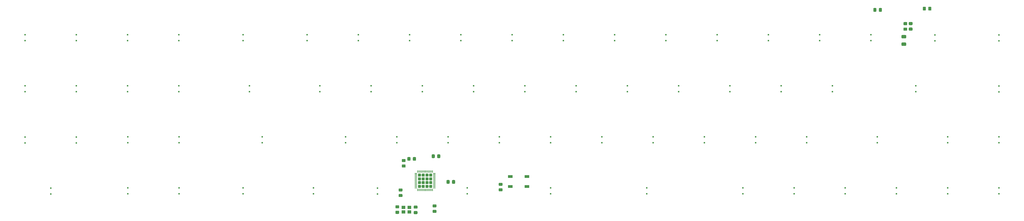
<source format=gbr>
G04 #@! TF.GenerationSoftware,KiCad,Pcbnew,(5.1.12)-1*
G04 #@! TF.CreationDate,2021-12-22T13:58:05-08:00*
G04 #@! TF.ProjectId,logboi,6c6f6762-6f69-42e6-9b69-6361645f7063,rev?*
G04 #@! TF.SameCoordinates,Original*
G04 #@! TF.FileFunction,Paste,Bot*
G04 #@! TF.FilePolarity,Positive*
%FSLAX46Y46*%
G04 Gerber Fmt 4.6, Leading zero omitted, Abs format (unit mm)*
G04 Created by KiCad (PCBNEW (5.1.12)-1) date 2021-12-22 13:58:05*
%MOMM*%
%LPD*%
G01*
G04 APERTURE LIST*
%ADD10R,0.500000X0.500000*%
%ADD11R,1.800000X1.100000*%
%ADD12R,1.400000X1.200000*%
G04 APERTURE END LIST*
D10*
X383423750Y-89612400D03*
X383423750Y-91812400D03*
X383398350Y-70528000D03*
X383398350Y-72728000D03*
X383423750Y-51605000D03*
X383423750Y-53805000D03*
X383423750Y-32555000D03*
X383423750Y-34755000D03*
X364348350Y-89578000D03*
X364348350Y-91778000D03*
X345298350Y-89578000D03*
X345298350Y-91778000D03*
X326248350Y-89578000D03*
X326248350Y-91778000D03*
X307249150Y-89578000D03*
X307249150Y-91778000D03*
X288199150Y-89578000D03*
X288199150Y-91778000D03*
X252480400Y-89578000D03*
X252480400Y-91778000D03*
X216761650Y-89578000D03*
X216761650Y-91778000D03*
X185805400Y-89603400D03*
X185805400Y-91803400D03*
X152442500Y-89705000D03*
X152442500Y-91905000D03*
X128655400Y-89603400D03*
X128655400Y-91803400D03*
X102461650Y-89603400D03*
X102461650Y-91803400D03*
X78649150Y-89603400D03*
X78649150Y-91803400D03*
X59599150Y-89603400D03*
X59599150Y-91803400D03*
X30998750Y-89705000D03*
X30998750Y-91905000D03*
X364348350Y-70528000D03*
X364348350Y-72728000D03*
X338154600Y-70528000D03*
X338154600Y-72728000D03*
X311960850Y-70528000D03*
X311960850Y-72728000D03*
X292961650Y-70528000D03*
X292961650Y-72728000D03*
X273911650Y-70528000D03*
X273911650Y-72728000D03*
X254861650Y-70528000D03*
X254861650Y-72728000D03*
X235811650Y-70528000D03*
X235811650Y-72728000D03*
X216761650Y-70528000D03*
X216761650Y-72728000D03*
X197686250Y-70545600D03*
X197686250Y-72745600D03*
X178661650Y-70553400D03*
X178661650Y-72753400D03*
X159611650Y-70553400D03*
X159611650Y-72753400D03*
X140561650Y-70553400D03*
X140561650Y-72753400D03*
X109605400Y-70553400D03*
X109605400Y-72753400D03*
X78649150Y-70553400D03*
X78649150Y-72753400D03*
X59599150Y-70553400D03*
X59599150Y-72753400D03*
X40523750Y-70578800D03*
X40523750Y-72778800D03*
X21473750Y-70578800D03*
X21473750Y-72778800D03*
X352467500Y-51503400D03*
X352467500Y-53703400D03*
X321511250Y-51503400D03*
X321511250Y-53703400D03*
X302461250Y-51503400D03*
X302461250Y-53703400D03*
X283411250Y-51503400D03*
X283411250Y-53703400D03*
X264361250Y-51503400D03*
X264361250Y-53703400D03*
X245311250Y-51503400D03*
X245311250Y-53703400D03*
X226261250Y-51503400D03*
X226261250Y-53703400D03*
X207211250Y-51503400D03*
X207211250Y-53703400D03*
X188161250Y-51503400D03*
X188161250Y-53703400D03*
X169111250Y-51503400D03*
X169111250Y-53703400D03*
X150061250Y-51503400D03*
X150061250Y-53703400D03*
X131011250Y-51503400D03*
X131011250Y-53703400D03*
X104817500Y-51503400D03*
X104817500Y-53703400D03*
X78598350Y-51503400D03*
X78598350Y-53703400D03*
X59548350Y-51503400D03*
X59548350Y-53703400D03*
X40498350Y-51503400D03*
X40498350Y-53703400D03*
X21448350Y-51503400D03*
X21448350Y-53703400D03*
X359611250Y-32555000D03*
X359611250Y-34755000D03*
X335798750Y-32453400D03*
X335798750Y-34653400D03*
X316748750Y-32453400D03*
X316748750Y-34653400D03*
X297698750Y-32453400D03*
X297698750Y-34653400D03*
X278648750Y-32453400D03*
X278648750Y-34653400D03*
X259598750Y-32453400D03*
X259598750Y-34653400D03*
X240548750Y-32453400D03*
X240548750Y-34653400D03*
X221498750Y-32453400D03*
X221498750Y-34653400D03*
X202448750Y-32453400D03*
X202448750Y-34653400D03*
X183398750Y-32453400D03*
X183398750Y-34653400D03*
X164348750Y-32453400D03*
X164348750Y-34653400D03*
X145298750Y-32453400D03*
X145298750Y-34653400D03*
X126248750Y-32453400D03*
X126248750Y-34653400D03*
X102436250Y-32453400D03*
X102436250Y-34653400D03*
X78623750Y-32453400D03*
X78623750Y-34653400D03*
X59573750Y-32453400D03*
X59573750Y-34653400D03*
X40523750Y-32453400D03*
X40523750Y-34653400D03*
X21473750Y-32453400D03*
X21473750Y-34653400D03*
G36*
G01*
X348674850Y-33794400D02*
X347424850Y-33794400D01*
G75*
G02*
X347174850Y-33544400I0J250000D01*
G01*
X347174850Y-32794400D01*
G75*
G02*
X347424850Y-32544400I250000J0D01*
G01*
X348674850Y-32544400D01*
G75*
G02*
X348924850Y-32794400I0J-250000D01*
G01*
X348924850Y-33544400D01*
G75*
G02*
X348674850Y-33794400I-250000J0D01*
G01*
G37*
G36*
G01*
X348674850Y-36594400D02*
X347424850Y-36594400D01*
G75*
G02*
X347174850Y-36344400I0J250000D01*
G01*
X347174850Y-35594400D01*
G75*
G02*
X347424850Y-35344400I250000J0D01*
G01*
X348674850Y-35344400D01*
G75*
G02*
X348924850Y-35594400I0J-250000D01*
G01*
X348924850Y-36344400D01*
G75*
G02*
X348674850Y-36594400I-250000J0D01*
G01*
G37*
D11*
X201808250Y-85363000D03*
X208008250Y-89063000D03*
X201808250Y-89063000D03*
X208008250Y-85363000D03*
D12*
X162069100Y-98552000D03*
X164269100Y-98552000D03*
X164269100Y-96852000D03*
X162069100Y-96852000D03*
G36*
G01*
X168587850Y-88703800D02*
X168587850Y-89333800D01*
G75*
G02*
X168337850Y-89583800I-250000J0D01*
G01*
X167707850Y-89583800D01*
G75*
G02*
X167457850Y-89333800I0J250000D01*
G01*
X167457850Y-88703800D01*
G75*
G02*
X167707850Y-88453800I250000J0D01*
G01*
X168337850Y-88453800D01*
G75*
G02*
X168587850Y-88703800I0J-250000D01*
G01*
G37*
G36*
G01*
X168587850Y-87303800D02*
X168587850Y-87933800D01*
G75*
G02*
X168337850Y-88183800I-250000J0D01*
G01*
X167707850Y-88183800D01*
G75*
G02*
X167457850Y-87933800I0J250000D01*
G01*
X167457850Y-87303800D01*
G75*
G02*
X167707850Y-87053800I250000J0D01*
G01*
X168337850Y-87053800D01*
G75*
G02*
X168587850Y-87303800I0J-250000D01*
G01*
G37*
G36*
G01*
X168587850Y-85903800D02*
X168587850Y-86533800D01*
G75*
G02*
X168337850Y-86783800I-250000J0D01*
G01*
X167707850Y-86783800D01*
G75*
G02*
X167457850Y-86533800I0J250000D01*
G01*
X167457850Y-85903800D01*
G75*
G02*
X167707850Y-85653800I250000J0D01*
G01*
X168337850Y-85653800D01*
G75*
G02*
X168587850Y-85903800I0J-250000D01*
G01*
G37*
G36*
G01*
X168587850Y-84503800D02*
X168587850Y-85133800D01*
G75*
G02*
X168337850Y-85383800I-250000J0D01*
G01*
X167707850Y-85383800D01*
G75*
G02*
X167457850Y-85133800I0J250000D01*
G01*
X167457850Y-84503800D01*
G75*
G02*
X167707850Y-84253800I250000J0D01*
G01*
X168337850Y-84253800D01*
G75*
G02*
X168587850Y-84503800I0J-250000D01*
G01*
G37*
G36*
G01*
X169987850Y-88703800D02*
X169987850Y-89333800D01*
G75*
G02*
X169737850Y-89583800I-250000J0D01*
G01*
X169107850Y-89583800D01*
G75*
G02*
X168857850Y-89333800I0J250000D01*
G01*
X168857850Y-88703800D01*
G75*
G02*
X169107850Y-88453800I250000J0D01*
G01*
X169737850Y-88453800D01*
G75*
G02*
X169987850Y-88703800I0J-250000D01*
G01*
G37*
G36*
G01*
X169987850Y-87303800D02*
X169987850Y-87933800D01*
G75*
G02*
X169737850Y-88183800I-250000J0D01*
G01*
X169107850Y-88183800D01*
G75*
G02*
X168857850Y-87933800I0J250000D01*
G01*
X168857850Y-87303800D01*
G75*
G02*
X169107850Y-87053800I250000J0D01*
G01*
X169737850Y-87053800D01*
G75*
G02*
X169987850Y-87303800I0J-250000D01*
G01*
G37*
G36*
G01*
X169987850Y-85903800D02*
X169987850Y-86533800D01*
G75*
G02*
X169737850Y-86783800I-250000J0D01*
G01*
X169107850Y-86783800D01*
G75*
G02*
X168857850Y-86533800I0J250000D01*
G01*
X168857850Y-85903800D01*
G75*
G02*
X169107850Y-85653800I250000J0D01*
G01*
X169737850Y-85653800D01*
G75*
G02*
X169987850Y-85903800I0J-250000D01*
G01*
G37*
G36*
G01*
X169987850Y-84503800D02*
X169987850Y-85133800D01*
G75*
G02*
X169737850Y-85383800I-250000J0D01*
G01*
X169107850Y-85383800D01*
G75*
G02*
X168857850Y-85133800I0J250000D01*
G01*
X168857850Y-84503800D01*
G75*
G02*
X169107850Y-84253800I250000J0D01*
G01*
X169737850Y-84253800D01*
G75*
G02*
X169987850Y-84503800I0J-250000D01*
G01*
G37*
G36*
G01*
X171387850Y-88703800D02*
X171387850Y-89333800D01*
G75*
G02*
X171137850Y-89583800I-250000J0D01*
G01*
X170507850Y-89583800D01*
G75*
G02*
X170257850Y-89333800I0J250000D01*
G01*
X170257850Y-88703800D01*
G75*
G02*
X170507850Y-88453800I250000J0D01*
G01*
X171137850Y-88453800D01*
G75*
G02*
X171387850Y-88703800I0J-250000D01*
G01*
G37*
G36*
G01*
X171387850Y-87303800D02*
X171387850Y-87933800D01*
G75*
G02*
X171137850Y-88183800I-250000J0D01*
G01*
X170507850Y-88183800D01*
G75*
G02*
X170257850Y-87933800I0J250000D01*
G01*
X170257850Y-87303800D01*
G75*
G02*
X170507850Y-87053800I250000J0D01*
G01*
X171137850Y-87053800D01*
G75*
G02*
X171387850Y-87303800I0J-250000D01*
G01*
G37*
G36*
G01*
X171387850Y-85903800D02*
X171387850Y-86533800D01*
G75*
G02*
X171137850Y-86783800I-250000J0D01*
G01*
X170507850Y-86783800D01*
G75*
G02*
X170257850Y-86533800I0J250000D01*
G01*
X170257850Y-85903800D01*
G75*
G02*
X170507850Y-85653800I250000J0D01*
G01*
X171137850Y-85653800D01*
G75*
G02*
X171387850Y-85903800I0J-250000D01*
G01*
G37*
G36*
G01*
X171387850Y-84503800D02*
X171387850Y-85133800D01*
G75*
G02*
X171137850Y-85383800I-250000J0D01*
G01*
X170507850Y-85383800D01*
G75*
G02*
X170257850Y-85133800I0J250000D01*
G01*
X170257850Y-84503800D01*
G75*
G02*
X170507850Y-84253800I250000J0D01*
G01*
X171137850Y-84253800D01*
G75*
G02*
X171387850Y-84503800I0J-250000D01*
G01*
G37*
G36*
G01*
X172787850Y-88703800D02*
X172787850Y-89333800D01*
G75*
G02*
X172537850Y-89583800I-250000J0D01*
G01*
X171907850Y-89583800D01*
G75*
G02*
X171657850Y-89333800I0J250000D01*
G01*
X171657850Y-88703800D01*
G75*
G02*
X171907850Y-88453800I250000J0D01*
G01*
X172537850Y-88453800D01*
G75*
G02*
X172787850Y-88703800I0J-250000D01*
G01*
G37*
G36*
G01*
X172787850Y-87303800D02*
X172787850Y-87933800D01*
G75*
G02*
X172537850Y-88183800I-250000J0D01*
G01*
X171907850Y-88183800D01*
G75*
G02*
X171657850Y-87933800I0J250000D01*
G01*
X171657850Y-87303800D01*
G75*
G02*
X171907850Y-87053800I250000J0D01*
G01*
X172537850Y-87053800D01*
G75*
G02*
X172787850Y-87303800I0J-250000D01*
G01*
G37*
G36*
G01*
X172787850Y-85903800D02*
X172787850Y-86533800D01*
G75*
G02*
X172537850Y-86783800I-250000J0D01*
G01*
X171907850Y-86783800D01*
G75*
G02*
X171657850Y-86533800I0J250000D01*
G01*
X171657850Y-85903800D01*
G75*
G02*
X171907850Y-85653800I250000J0D01*
G01*
X172537850Y-85653800D01*
G75*
G02*
X172787850Y-85903800I0J-250000D01*
G01*
G37*
G36*
G01*
X172787850Y-84503800D02*
X172787850Y-85133800D01*
G75*
G02*
X172537850Y-85383800I-250000J0D01*
G01*
X171907850Y-85383800D01*
G75*
G02*
X171657850Y-85133800I0J250000D01*
G01*
X171657850Y-84503800D01*
G75*
G02*
X171907850Y-84253800I250000J0D01*
G01*
X172537850Y-84253800D01*
G75*
G02*
X172787850Y-84503800I0J-250000D01*
G01*
G37*
G36*
G01*
X172997850Y-83106300D02*
X172997850Y-83856300D01*
G75*
G02*
X172935350Y-83918800I-62500J0D01*
G01*
X172810350Y-83918800D01*
G75*
G02*
X172747850Y-83856300I0J62500D01*
G01*
X172747850Y-83106300D01*
G75*
G02*
X172810350Y-83043800I62500J0D01*
G01*
X172935350Y-83043800D01*
G75*
G02*
X172997850Y-83106300I0J-62500D01*
G01*
G37*
G36*
G01*
X172497850Y-83106300D02*
X172497850Y-83856300D01*
G75*
G02*
X172435350Y-83918800I-62500J0D01*
G01*
X172310350Y-83918800D01*
G75*
G02*
X172247850Y-83856300I0J62500D01*
G01*
X172247850Y-83106300D01*
G75*
G02*
X172310350Y-83043800I62500J0D01*
G01*
X172435350Y-83043800D01*
G75*
G02*
X172497850Y-83106300I0J-62500D01*
G01*
G37*
G36*
G01*
X171997850Y-83106300D02*
X171997850Y-83856300D01*
G75*
G02*
X171935350Y-83918800I-62500J0D01*
G01*
X171810350Y-83918800D01*
G75*
G02*
X171747850Y-83856300I0J62500D01*
G01*
X171747850Y-83106300D01*
G75*
G02*
X171810350Y-83043800I62500J0D01*
G01*
X171935350Y-83043800D01*
G75*
G02*
X171997850Y-83106300I0J-62500D01*
G01*
G37*
G36*
G01*
X171497850Y-83106300D02*
X171497850Y-83856300D01*
G75*
G02*
X171435350Y-83918800I-62500J0D01*
G01*
X171310350Y-83918800D01*
G75*
G02*
X171247850Y-83856300I0J62500D01*
G01*
X171247850Y-83106300D01*
G75*
G02*
X171310350Y-83043800I62500J0D01*
G01*
X171435350Y-83043800D01*
G75*
G02*
X171497850Y-83106300I0J-62500D01*
G01*
G37*
G36*
G01*
X170997850Y-83106300D02*
X170997850Y-83856300D01*
G75*
G02*
X170935350Y-83918800I-62500J0D01*
G01*
X170810350Y-83918800D01*
G75*
G02*
X170747850Y-83856300I0J62500D01*
G01*
X170747850Y-83106300D01*
G75*
G02*
X170810350Y-83043800I62500J0D01*
G01*
X170935350Y-83043800D01*
G75*
G02*
X170997850Y-83106300I0J-62500D01*
G01*
G37*
G36*
G01*
X170497850Y-83106300D02*
X170497850Y-83856300D01*
G75*
G02*
X170435350Y-83918800I-62500J0D01*
G01*
X170310350Y-83918800D01*
G75*
G02*
X170247850Y-83856300I0J62500D01*
G01*
X170247850Y-83106300D01*
G75*
G02*
X170310350Y-83043800I62500J0D01*
G01*
X170435350Y-83043800D01*
G75*
G02*
X170497850Y-83106300I0J-62500D01*
G01*
G37*
G36*
G01*
X169997850Y-83106300D02*
X169997850Y-83856300D01*
G75*
G02*
X169935350Y-83918800I-62500J0D01*
G01*
X169810350Y-83918800D01*
G75*
G02*
X169747850Y-83856300I0J62500D01*
G01*
X169747850Y-83106300D01*
G75*
G02*
X169810350Y-83043800I62500J0D01*
G01*
X169935350Y-83043800D01*
G75*
G02*
X169997850Y-83106300I0J-62500D01*
G01*
G37*
G36*
G01*
X169497850Y-83106300D02*
X169497850Y-83856300D01*
G75*
G02*
X169435350Y-83918800I-62500J0D01*
G01*
X169310350Y-83918800D01*
G75*
G02*
X169247850Y-83856300I0J62500D01*
G01*
X169247850Y-83106300D01*
G75*
G02*
X169310350Y-83043800I62500J0D01*
G01*
X169435350Y-83043800D01*
G75*
G02*
X169497850Y-83106300I0J-62500D01*
G01*
G37*
G36*
G01*
X168997850Y-83106300D02*
X168997850Y-83856300D01*
G75*
G02*
X168935350Y-83918800I-62500J0D01*
G01*
X168810350Y-83918800D01*
G75*
G02*
X168747850Y-83856300I0J62500D01*
G01*
X168747850Y-83106300D01*
G75*
G02*
X168810350Y-83043800I62500J0D01*
G01*
X168935350Y-83043800D01*
G75*
G02*
X168997850Y-83106300I0J-62500D01*
G01*
G37*
G36*
G01*
X168497850Y-83106300D02*
X168497850Y-83856300D01*
G75*
G02*
X168435350Y-83918800I-62500J0D01*
G01*
X168310350Y-83918800D01*
G75*
G02*
X168247850Y-83856300I0J62500D01*
G01*
X168247850Y-83106300D01*
G75*
G02*
X168310350Y-83043800I62500J0D01*
G01*
X168435350Y-83043800D01*
G75*
G02*
X168497850Y-83106300I0J-62500D01*
G01*
G37*
G36*
G01*
X167997850Y-83106300D02*
X167997850Y-83856300D01*
G75*
G02*
X167935350Y-83918800I-62500J0D01*
G01*
X167810350Y-83918800D01*
G75*
G02*
X167747850Y-83856300I0J62500D01*
G01*
X167747850Y-83106300D01*
G75*
G02*
X167810350Y-83043800I62500J0D01*
G01*
X167935350Y-83043800D01*
G75*
G02*
X167997850Y-83106300I0J-62500D01*
G01*
G37*
G36*
G01*
X167497850Y-83106300D02*
X167497850Y-83856300D01*
G75*
G02*
X167435350Y-83918800I-62500J0D01*
G01*
X167310350Y-83918800D01*
G75*
G02*
X167247850Y-83856300I0J62500D01*
G01*
X167247850Y-83106300D01*
G75*
G02*
X167310350Y-83043800I62500J0D01*
G01*
X167435350Y-83043800D01*
G75*
G02*
X167497850Y-83106300I0J-62500D01*
G01*
G37*
G36*
G01*
X167122850Y-84106300D02*
X167122850Y-84231300D01*
G75*
G02*
X167060350Y-84293800I-62500J0D01*
G01*
X166310350Y-84293800D01*
G75*
G02*
X166247850Y-84231300I0J62500D01*
G01*
X166247850Y-84106300D01*
G75*
G02*
X166310350Y-84043800I62500J0D01*
G01*
X167060350Y-84043800D01*
G75*
G02*
X167122850Y-84106300I0J-62500D01*
G01*
G37*
G36*
G01*
X167122850Y-84606300D02*
X167122850Y-84731300D01*
G75*
G02*
X167060350Y-84793800I-62500J0D01*
G01*
X166310350Y-84793800D01*
G75*
G02*
X166247850Y-84731300I0J62500D01*
G01*
X166247850Y-84606300D01*
G75*
G02*
X166310350Y-84543800I62500J0D01*
G01*
X167060350Y-84543800D01*
G75*
G02*
X167122850Y-84606300I0J-62500D01*
G01*
G37*
G36*
G01*
X167122850Y-85106300D02*
X167122850Y-85231300D01*
G75*
G02*
X167060350Y-85293800I-62500J0D01*
G01*
X166310350Y-85293800D01*
G75*
G02*
X166247850Y-85231300I0J62500D01*
G01*
X166247850Y-85106300D01*
G75*
G02*
X166310350Y-85043800I62500J0D01*
G01*
X167060350Y-85043800D01*
G75*
G02*
X167122850Y-85106300I0J-62500D01*
G01*
G37*
G36*
G01*
X167122850Y-85606300D02*
X167122850Y-85731300D01*
G75*
G02*
X167060350Y-85793800I-62500J0D01*
G01*
X166310350Y-85793800D01*
G75*
G02*
X166247850Y-85731300I0J62500D01*
G01*
X166247850Y-85606300D01*
G75*
G02*
X166310350Y-85543800I62500J0D01*
G01*
X167060350Y-85543800D01*
G75*
G02*
X167122850Y-85606300I0J-62500D01*
G01*
G37*
G36*
G01*
X167122850Y-86106300D02*
X167122850Y-86231300D01*
G75*
G02*
X167060350Y-86293800I-62500J0D01*
G01*
X166310350Y-86293800D01*
G75*
G02*
X166247850Y-86231300I0J62500D01*
G01*
X166247850Y-86106300D01*
G75*
G02*
X166310350Y-86043800I62500J0D01*
G01*
X167060350Y-86043800D01*
G75*
G02*
X167122850Y-86106300I0J-62500D01*
G01*
G37*
G36*
G01*
X167122850Y-86606300D02*
X167122850Y-86731300D01*
G75*
G02*
X167060350Y-86793800I-62500J0D01*
G01*
X166310350Y-86793800D01*
G75*
G02*
X166247850Y-86731300I0J62500D01*
G01*
X166247850Y-86606300D01*
G75*
G02*
X166310350Y-86543800I62500J0D01*
G01*
X167060350Y-86543800D01*
G75*
G02*
X167122850Y-86606300I0J-62500D01*
G01*
G37*
G36*
G01*
X167122850Y-87106300D02*
X167122850Y-87231300D01*
G75*
G02*
X167060350Y-87293800I-62500J0D01*
G01*
X166310350Y-87293800D01*
G75*
G02*
X166247850Y-87231300I0J62500D01*
G01*
X166247850Y-87106300D01*
G75*
G02*
X166310350Y-87043800I62500J0D01*
G01*
X167060350Y-87043800D01*
G75*
G02*
X167122850Y-87106300I0J-62500D01*
G01*
G37*
G36*
G01*
X167122850Y-87606300D02*
X167122850Y-87731300D01*
G75*
G02*
X167060350Y-87793800I-62500J0D01*
G01*
X166310350Y-87793800D01*
G75*
G02*
X166247850Y-87731300I0J62500D01*
G01*
X166247850Y-87606300D01*
G75*
G02*
X166310350Y-87543800I62500J0D01*
G01*
X167060350Y-87543800D01*
G75*
G02*
X167122850Y-87606300I0J-62500D01*
G01*
G37*
G36*
G01*
X167122850Y-88106300D02*
X167122850Y-88231300D01*
G75*
G02*
X167060350Y-88293800I-62500J0D01*
G01*
X166310350Y-88293800D01*
G75*
G02*
X166247850Y-88231300I0J62500D01*
G01*
X166247850Y-88106300D01*
G75*
G02*
X166310350Y-88043800I62500J0D01*
G01*
X167060350Y-88043800D01*
G75*
G02*
X167122850Y-88106300I0J-62500D01*
G01*
G37*
G36*
G01*
X167122850Y-88606300D02*
X167122850Y-88731300D01*
G75*
G02*
X167060350Y-88793800I-62500J0D01*
G01*
X166310350Y-88793800D01*
G75*
G02*
X166247850Y-88731300I0J62500D01*
G01*
X166247850Y-88606300D01*
G75*
G02*
X166310350Y-88543800I62500J0D01*
G01*
X167060350Y-88543800D01*
G75*
G02*
X167122850Y-88606300I0J-62500D01*
G01*
G37*
G36*
G01*
X167122850Y-89106300D02*
X167122850Y-89231300D01*
G75*
G02*
X167060350Y-89293800I-62500J0D01*
G01*
X166310350Y-89293800D01*
G75*
G02*
X166247850Y-89231300I0J62500D01*
G01*
X166247850Y-89106300D01*
G75*
G02*
X166310350Y-89043800I62500J0D01*
G01*
X167060350Y-89043800D01*
G75*
G02*
X167122850Y-89106300I0J-62500D01*
G01*
G37*
G36*
G01*
X167122850Y-89606300D02*
X167122850Y-89731300D01*
G75*
G02*
X167060350Y-89793800I-62500J0D01*
G01*
X166310350Y-89793800D01*
G75*
G02*
X166247850Y-89731300I0J62500D01*
G01*
X166247850Y-89606300D01*
G75*
G02*
X166310350Y-89543800I62500J0D01*
G01*
X167060350Y-89543800D01*
G75*
G02*
X167122850Y-89606300I0J-62500D01*
G01*
G37*
G36*
G01*
X167497850Y-89981300D02*
X167497850Y-90731300D01*
G75*
G02*
X167435350Y-90793800I-62500J0D01*
G01*
X167310350Y-90793800D01*
G75*
G02*
X167247850Y-90731300I0J62500D01*
G01*
X167247850Y-89981300D01*
G75*
G02*
X167310350Y-89918800I62500J0D01*
G01*
X167435350Y-89918800D01*
G75*
G02*
X167497850Y-89981300I0J-62500D01*
G01*
G37*
G36*
G01*
X167997850Y-89981300D02*
X167997850Y-90731300D01*
G75*
G02*
X167935350Y-90793800I-62500J0D01*
G01*
X167810350Y-90793800D01*
G75*
G02*
X167747850Y-90731300I0J62500D01*
G01*
X167747850Y-89981300D01*
G75*
G02*
X167810350Y-89918800I62500J0D01*
G01*
X167935350Y-89918800D01*
G75*
G02*
X167997850Y-89981300I0J-62500D01*
G01*
G37*
G36*
G01*
X168497850Y-89981300D02*
X168497850Y-90731300D01*
G75*
G02*
X168435350Y-90793800I-62500J0D01*
G01*
X168310350Y-90793800D01*
G75*
G02*
X168247850Y-90731300I0J62500D01*
G01*
X168247850Y-89981300D01*
G75*
G02*
X168310350Y-89918800I62500J0D01*
G01*
X168435350Y-89918800D01*
G75*
G02*
X168497850Y-89981300I0J-62500D01*
G01*
G37*
G36*
G01*
X168997850Y-89981300D02*
X168997850Y-90731300D01*
G75*
G02*
X168935350Y-90793800I-62500J0D01*
G01*
X168810350Y-90793800D01*
G75*
G02*
X168747850Y-90731300I0J62500D01*
G01*
X168747850Y-89981300D01*
G75*
G02*
X168810350Y-89918800I62500J0D01*
G01*
X168935350Y-89918800D01*
G75*
G02*
X168997850Y-89981300I0J-62500D01*
G01*
G37*
G36*
G01*
X169497850Y-89981300D02*
X169497850Y-90731300D01*
G75*
G02*
X169435350Y-90793800I-62500J0D01*
G01*
X169310350Y-90793800D01*
G75*
G02*
X169247850Y-90731300I0J62500D01*
G01*
X169247850Y-89981300D01*
G75*
G02*
X169310350Y-89918800I62500J0D01*
G01*
X169435350Y-89918800D01*
G75*
G02*
X169497850Y-89981300I0J-62500D01*
G01*
G37*
G36*
G01*
X169997850Y-89981300D02*
X169997850Y-90731300D01*
G75*
G02*
X169935350Y-90793800I-62500J0D01*
G01*
X169810350Y-90793800D01*
G75*
G02*
X169747850Y-90731300I0J62500D01*
G01*
X169747850Y-89981300D01*
G75*
G02*
X169810350Y-89918800I62500J0D01*
G01*
X169935350Y-89918800D01*
G75*
G02*
X169997850Y-89981300I0J-62500D01*
G01*
G37*
G36*
G01*
X170497850Y-89981300D02*
X170497850Y-90731300D01*
G75*
G02*
X170435350Y-90793800I-62500J0D01*
G01*
X170310350Y-90793800D01*
G75*
G02*
X170247850Y-90731300I0J62500D01*
G01*
X170247850Y-89981300D01*
G75*
G02*
X170310350Y-89918800I62500J0D01*
G01*
X170435350Y-89918800D01*
G75*
G02*
X170497850Y-89981300I0J-62500D01*
G01*
G37*
G36*
G01*
X170997850Y-89981300D02*
X170997850Y-90731300D01*
G75*
G02*
X170935350Y-90793800I-62500J0D01*
G01*
X170810350Y-90793800D01*
G75*
G02*
X170747850Y-90731300I0J62500D01*
G01*
X170747850Y-89981300D01*
G75*
G02*
X170810350Y-89918800I62500J0D01*
G01*
X170935350Y-89918800D01*
G75*
G02*
X170997850Y-89981300I0J-62500D01*
G01*
G37*
G36*
G01*
X171497850Y-89981300D02*
X171497850Y-90731300D01*
G75*
G02*
X171435350Y-90793800I-62500J0D01*
G01*
X171310350Y-90793800D01*
G75*
G02*
X171247850Y-90731300I0J62500D01*
G01*
X171247850Y-89981300D01*
G75*
G02*
X171310350Y-89918800I62500J0D01*
G01*
X171435350Y-89918800D01*
G75*
G02*
X171497850Y-89981300I0J-62500D01*
G01*
G37*
G36*
G01*
X171997850Y-89981300D02*
X171997850Y-90731300D01*
G75*
G02*
X171935350Y-90793800I-62500J0D01*
G01*
X171810350Y-90793800D01*
G75*
G02*
X171747850Y-90731300I0J62500D01*
G01*
X171747850Y-89981300D01*
G75*
G02*
X171810350Y-89918800I62500J0D01*
G01*
X171935350Y-89918800D01*
G75*
G02*
X171997850Y-89981300I0J-62500D01*
G01*
G37*
G36*
G01*
X172497850Y-89981300D02*
X172497850Y-90731300D01*
G75*
G02*
X172435350Y-90793800I-62500J0D01*
G01*
X172310350Y-90793800D01*
G75*
G02*
X172247850Y-90731300I0J62500D01*
G01*
X172247850Y-89981300D01*
G75*
G02*
X172310350Y-89918800I62500J0D01*
G01*
X172435350Y-89918800D01*
G75*
G02*
X172497850Y-89981300I0J-62500D01*
G01*
G37*
G36*
G01*
X172997850Y-89981300D02*
X172997850Y-90731300D01*
G75*
G02*
X172935350Y-90793800I-62500J0D01*
G01*
X172810350Y-90793800D01*
G75*
G02*
X172747850Y-90731300I0J62500D01*
G01*
X172747850Y-89981300D01*
G75*
G02*
X172810350Y-89918800I62500J0D01*
G01*
X172935350Y-89918800D01*
G75*
G02*
X172997850Y-89981300I0J-62500D01*
G01*
G37*
G36*
G01*
X173997850Y-89606300D02*
X173997850Y-89731300D01*
G75*
G02*
X173935350Y-89793800I-62500J0D01*
G01*
X173185350Y-89793800D01*
G75*
G02*
X173122850Y-89731300I0J62500D01*
G01*
X173122850Y-89606300D01*
G75*
G02*
X173185350Y-89543800I62500J0D01*
G01*
X173935350Y-89543800D01*
G75*
G02*
X173997850Y-89606300I0J-62500D01*
G01*
G37*
G36*
G01*
X173997850Y-89106300D02*
X173997850Y-89231300D01*
G75*
G02*
X173935350Y-89293800I-62500J0D01*
G01*
X173185350Y-89293800D01*
G75*
G02*
X173122850Y-89231300I0J62500D01*
G01*
X173122850Y-89106300D01*
G75*
G02*
X173185350Y-89043800I62500J0D01*
G01*
X173935350Y-89043800D01*
G75*
G02*
X173997850Y-89106300I0J-62500D01*
G01*
G37*
G36*
G01*
X173997850Y-88606300D02*
X173997850Y-88731300D01*
G75*
G02*
X173935350Y-88793800I-62500J0D01*
G01*
X173185350Y-88793800D01*
G75*
G02*
X173122850Y-88731300I0J62500D01*
G01*
X173122850Y-88606300D01*
G75*
G02*
X173185350Y-88543800I62500J0D01*
G01*
X173935350Y-88543800D01*
G75*
G02*
X173997850Y-88606300I0J-62500D01*
G01*
G37*
G36*
G01*
X173997850Y-88106300D02*
X173997850Y-88231300D01*
G75*
G02*
X173935350Y-88293800I-62500J0D01*
G01*
X173185350Y-88293800D01*
G75*
G02*
X173122850Y-88231300I0J62500D01*
G01*
X173122850Y-88106300D01*
G75*
G02*
X173185350Y-88043800I62500J0D01*
G01*
X173935350Y-88043800D01*
G75*
G02*
X173997850Y-88106300I0J-62500D01*
G01*
G37*
G36*
G01*
X173997850Y-87606300D02*
X173997850Y-87731300D01*
G75*
G02*
X173935350Y-87793800I-62500J0D01*
G01*
X173185350Y-87793800D01*
G75*
G02*
X173122850Y-87731300I0J62500D01*
G01*
X173122850Y-87606300D01*
G75*
G02*
X173185350Y-87543800I62500J0D01*
G01*
X173935350Y-87543800D01*
G75*
G02*
X173997850Y-87606300I0J-62500D01*
G01*
G37*
G36*
G01*
X173997850Y-87106300D02*
X173997850Y-87231300D01*
G75*
G02*
X173935350Y-87293800I-62500J0D01*
G01*
X173185350Y-87293800D01*
G75*
G02*
X173122850Y-87231300I0J62500D01*
G01*
X173122850Y-87106300D01*
G75*
G02*
X173185350Y-87043800I62500J0D01*
G01*
X173935350Y-87043800D01*
G75*
G02*
X173997850Y-87106300I0J-62500D01*
G01*
G37*
G36*
G01*
X173997850Y-86606300D02*
X173997850Y-86731300D01*
G75*
G02*
X173935350Y-86793800I-62500J0D01*
G01*
X173185350Y-86793800D01*
G75*
G02*
X173122850Y-86731300I0J62500D01*
G01*
X173122850Y-86606300D01*
G75*
G02*
X173185350Y-86543800I62500J0D01*
G01*
X173935350Y-86543800D01*
G75*
G02*
X173997850Y-86606300I0J-62500D01*
G01*
G37*
G36*
G01*
X173997850Y-86106300D02*
X173997850Y-86231300D01*
G75*
G02*
X173935350Y-86293800I-62500J0D01*
G01*
X173185350Y-86293800D01*
G75*
G02*
X173122850Y-86231300I0J62500D01*
G01*
X173122850Y-86106300D01*
G75*
G02*
X173185350Y-86043800I62500J0D01*
G01*
X173935350Y-86043800D01*
G75*
G02*
X173997850Y-86106300I0J-62500D01*
G01*
G37*
G36*
G01*
X173997850Y-85606300D02*
X173997850Y-85731300D01*
G75*
G02*
X173935350Y-85793800I-62500J0D01*
G01*
X173185350Y-85793800D01*
G75*
G02*
X173122850Y-85731300I0J62500D01*
G01*
X173122850Y-85606300D01*
G75*
G02*
X173185350Y-85543800I62500J0D01*
G01*
X173935350Y-85543800D01*
G75*
G02*
X173997850Y-85606300I0J-62500D01*
G01*
G37*
G36*
G01*
X173997850Y-85106300D02*
X173997850Y-85231300D01*
G75*
G02*
X173935350Y-85293800I-62500J0D01*
G01*
X173185350Y-85293800D01*
G75*
G02*
X173122850Y-85231300I0J62500D01*
G01*
X173122850Y-85106300D01*
G75*
G02*
X173185350Y-85043800I62500J0D01*
G01*
X173935350Y-85043800D01*
G75*
G02*
X173997850Y-85106300I0J-62500D01*
G01*
G37*
G36*
G01*
X173997850Y-84606300D02*
X173997850Y-84731300D01*
G75*
G02*
X173935350Y-84793800I-62500J0D01*
G01*
X173185350Y-84793800D01*
G75*
G02*
X173122850Y-84731300I0J62500D01*
G01*
X173122850Y-84606300D01*
G75*
G02*
X173185350Y-84543800I62500J0D01*
G01*
X173935350Y-84543800D01*
G75*
G02*
X173997850Y-84606300I0J-62500D01*
G01*
G37*
G36*
G01*
X173997850Y-84106300D02*
X173997850Y-84231300D01*
G75*
G02*
X173935350Y-84293800I-62500J0D01*
G01*
X173185350Y-84293800D01*
G75*
G02*
X173122850Y-84231300I0J62500D01*
G01*
X173122850Y-84106300D01*
G75*
G02*
X173185350Y-84043800I62500J0D01*
G01*
X173935350Y-84043800D01*
G75*
G02*
X173997850Y-84106300I0J-62500D01*
G01*
G37*
G36*
G01*
X159333099Y-98129400D02*
X160233101Y-98129400D01*
G75*
G02*
X160483100Y-98379399I0J-249999D01*
G01*
X160483100Y-99029401D01*
G75*
G02*
X160233101Y-99279400I-249999J0D01*
G01*
X159333099Y-99279400D01*
G75*
G02*
X159083100Y-99029401I0J249999D01*
G01*
X159083100Y-98379399D01*
G75*
G02*
X159333099Y-98129400I249999J0D01*
G01*
G37*
G36*
G01*
X159333099Y-96079400D02*
X160233101Y-96079400D01*
G75*
G02*
X160483100Y-96329399I0J-249999D01*
G01*
X160483100Y-96979401D01*
G75*
G02*
X160233101Y-97229400I-249999J0D01*
G01*
X159333099Y-97229400D01*
G75*
G02*
X159083100Y-96979401I0J249999D01*
G01*
X159083100Y-96329399D01*
G75*
G02*
X159333099Y-96079400I249999J0D01*
G01*
G37*
G36*
G01*
X358293950Y-22257599D02*
X358293950Y-23157601D01*
G75*
G02*
X358043951Y-23407600I-249999J0D01*
G01*
X357393949Y-23407600D01*
G75*
G02*
X357143950Y-23157601I0J249999D01*
G01*
X357143950Y-22257599D01*
G75*
G02*
X357393949Y-22007600I249999J0D01*
G01*
X358043951Y-22007600D01*
G75*
G02*
X358293950Y-22257599I0J-249999D01*
G01*
G37*
G36*
G01*
X356243950Y-22257599D02*
X356243950Y-23157601D01*
G75*
G02*
X355993951Y-23407600I-249999J0D01*
G01*
X355343949Y-23407600D01*
G75*
G02*
X355093950Y-23157601I0J249999D01*
G01*
X355093950Y-22257599D01*
G75*
G02*
X355343949Y-22007600I249999J0D01*
G01*
X355993951Y-22007600D01*
G75*
G02*
X356243950Y-22257599I0J-249999D01*
G01*
G37*
G36*
G01*
X336713350Y-23614801D02*
X336713350Y-22714799D01*
G75*
G02*
X336963349Y-22464800I249999J0D01*
G01*
X337613351Y-22464800D01*
G75*
G02*
X337863350Y-22714799I0J-249999D01*
G01*
X337863350Y-23614801D01*
G75*
G02*
X337613351Y-23864800I-249999J0D01*
G01*
X336963349Y-23864800D01*
G75*
G02*
X336713350Y-23614801I0J249999D01*
G01*
G37*
G36*
G01*
X338763350Y-23614801D02*
X338763350Y-22714799D01*
G75*
G02*
X339013349Y-22464800I249999J0D01*
G01*
X339663351Y-22464800D01*
G75*
G02*
X339913350Y-22714799I0J-249999D01*
G01*
X339913350Y-23614801D01*
G75*
G02*
X339663351Y-23864800I-249999J0D01*
G01*
X339013349Y-23864800D01*
G75*
G02*
X338763350Y-23614801I0J249999D01*
G01*
G37*
G36*
G01*
X161722649Y-78800000D02*
X162622651Y-78800000D01*
G75*
G02*
X162872650Y-79049999I0J-249999D01*
G01*
X162872650Y-79700001D01*
G75*
G02*
X162622651Y-79950000I-249999J0D01*
G01*
X161722649Y-79950000D01*
G75*
G02*
X161472650Y-79700001I0J249999D01*
G01*
X161472650Y-79049999D01*
G75*
G02*
X161722649Y-78800000I249999J0D01*
G01*
G37*
G36*
G01*
X161722649Y-80850000D02*
X162622651Y-80850000D01*
G75*
G02*
X162872650Y-81099999I0J-249999D01*
G01*
X162872650Y-81750001D01*
G75*
G02*
X162622651Y-82000000I-249999J0D01*
G01*
X161722649Y-82000000D01*
G75*
G02*
X161472650Y-81750001I0J249999D01*
G01*
X161472650Y-81099999D01*
G75*
G02*
X161722649Y-80850000I249999J0D01*
G01*
G37*
G36*
G01*
X351039851Y-30902600D02*
X350139849Y-30902600D01*
G75*
G02*
X349889850Y-30652601I0J249999D01*
G01*
X349889850Y-30002599D01*
G75*
G02*
X350139849Y-29752600I249999J0D01*
G01*
X351039851Y-29752600D01*
G75*
G02*
X351289850Y-30002599I0J-249999D01*
G01*
X351289850Y-30652601D01*
G75*
G02*
X351039851Y-30902600I-249999J0D01*
G01*
G37*
G36*
G01*
X351039851Y-28852600D02*
X350139849Y-28852600D01*
G75*
G02*
X349889850Y-28602601I0J249999D01*
G01*
X349889850Y-27952599D01*
G75*
G02*
X350139849Y-27702600I249999J0D01*
G01*
X351039851Y-27702600D01*
G75*
G02*
X351289850Y-27952599I0J-249999D01*
G01*
X351289850Y-28602601D01*
G75*
G02*
X351039851Y-28852600I-249999J0D01*
G01*
G37*
G36*
G01*
X349058651Y-30928000D02*
X348158649Y-30928000D01*
G75*
G02*
X347908650Y-30678001I0J249999D01*
G01*
X347908650Y-30027999D01*
G75*
G02*
X348158649Y-29778000I249999J0D01*
G01*
X349058651Y-29778000D01*
G75*
G02*
X349308650Y-30027999I0J-249999D01*
G01*
X349308650Y-30678001D01*
G75*
G02*
X349058651Y-30928000I-249999J0D01*
G01*
G37*
G36*
G01*
X349058651Y-28878000D02*
X348158649Y-28878000D01*
G75*
G02*
X347908650Y-28628001I0J249999D01*
G01*
X347908650Y-27977999D01*
G75*
G02*
X348158649Y-27728000I249999J0D01*
G01*
X349058651Y-27728000D01*
G75*
G02*
X349308650Y-27977999I0J-249999D01*
G01*
X349308650Y-28628001D01*
G75*
G02*
X349058651Y-28878000I-249999J0D01*
G01*
G37*
G36*
G01*
X197744249Y-87681000D02*
X198644251Y-87681000D01*
G75*
G02*
X198894250Y-87930999I0J-249999D01*
G01*
X198894250Y-88581001D01*
G75*
G02*
X198644251Y-88831000I-249999J0D01*
G01*
X197744249Y-88831000D01*
G75*
G02*
X197494250Y-88581001I0J249999D01*
G01*
X197494250Y-87930999D01*
G75*
G02*
X197744249Y-87681000I249999J0D01*
G01*
G37*
G36*
G01*
X197744249Y-89731000D02*
X198644251Y-89731000D01*
G75*
G02*
X198894250Y-89980999I0J-249999D01*
G01*
X198894250Y-90631001D01*
G75*
G02*
X198644251Y-90881000I-249999J0D01*
G01*
X197744249Y-90881000D01*
G75*
G02*
X197494250Y-90631001I0J249999D01*
G01*
X197494250Y-89980999D01*
G75*
G02*
X197744249Y-89731000I249999J0D01*
G01*
G37*
G36*
G01*
X180132250Y-87800601D02*
X180132250Y-86900599D01*
G75*
G02*
X180382249Y-86650600I249999J0D01*
G01*
X181032251Y-86650600D01*
G75*
G02*
X181282250Y-86900599I0J-249999D01*
G01*
X181282250Y-87800601D01*
G75*
G02*
X181032251Y-88050600I-249999J0D01*
G01*
X180382249Y-88050600D01*
G75*
G02*
X180132250Y-87800601I0J249999D01*
G01*
G37*
G36*
G01*
X178082250Y-87800601D02*
X178082250Y-86900599D01*
G75*
G02*
X178332249Y-86650600I249999J0D01*
G01*
X178982251Y-86650600D01*
G75*
G02*
X179232250Y-86900599I0J-249999D01*
G01*
X179232250Y-87800601D01*
G75*
G02*
X178982251Y-88050600I-249999J0D01*
G01*
X178332249Y-88050600D01*
G75*
G02*
X178082250Y-87800601I0J249999D01*
G01*
G37*
G36*
G01*
X166140299Y-98231000D02*
X167040301Y-98231000D01*
G75*
G02*
X167290300Y-98480999I0J-249999D01*
G01*
X167290300Y-99131001D01*
G75*
G02*
X167040301Y-99381000I-249999J0D01*
G01*
X166140299Y-99381000D01*
G75*
G02*
X165890300Y-99131001I0J249999D01*
G01*
X165890300Y-98480999D01*
G75*
G02*
X166140299Y-98231000I249999J0D01*
G01*
G37*
G36*
G01*
X166140299Y-96181000D02*
X167040301Y-96181000D01*
G75*
G02*
X167290300Y-96430999I0J-249999D01*
G01*
X167290300Y-97081001D01*
G75*
G02*
X167040301Y-97331000I-249999J0D01*
G01*
X166140299Y-97331000D01*
G75*
G02*
X165890300Y-97081001I0J249999D01*
G01*
X165890300Y-96430999D01*
G75*
G02*
X166140299Y-96181000I249999J0D01*
G01*
G37*
G36*
G01*
X173727850Y-77324799D02*
X173727850Y-78224801D01*
G75*
G02*
X173477851Y-78474800I-249999J0D01*
G01*
X172827849Y-78474800D01*
G75*
G02*
X172577850Y-78224801I0J249999D01*
G01*
X172577850Y-77324799D01*
G75*
G02*
X172827849Y-77074800I249999J0D01*
G01*
X173477851Y-77074800D01*
G75*
G02*
X173727850Y-77324799I0J-249999D01*
G01*
G37*
G36*
G01*
X175777850Y-77324799D02*
X175777850Y-78224801D01*
G75*
G02*
X175527851Y-78474800I-249999J0D01*
G01*
X174877849Y-78474800D01*
G75*
G02*
X174627850Y-78224801I0J249999D01*
G01*
X174627850Y-77324799D01*
G75*
G02*
X174877849Y-77074800I249999J0D01*
G01*
X175527851Y-77074800D01*
G75*
G02*
X175777850Y-77324799I0J-249999D01*
G01*
G37*
G36*
G01*
X160554249Y-91855600D02*
X161454251Y-91855600D01*
G75*
G02*
X161704250Y-92105599I0J-249999D01*
G01*
X161704250Y-92755601D01*
G75*
G02*
X161454251Y-93005600I-249999J0D01*
G01*
X160554249Y-93005600D01*
G75*
G02*
X160304250Y-92755601I0J249999D01*
G01*
X160304250Y-92105599D01*
G75*
G02*
X160554249Y-91855600I249999J0D01*
G01*
G37*
G36*
G01*
X160554249Y-89805600D02*
X161454251Y-89805600D01*
G75*
G02*
X161704250Y-90055599I0J-249999D01*
G01*
X161704250Y-90705601D01*
G75*
G02*
X161454251Y-90955600I-249999J0D01*
G01*
X160554249Y-90955600D01*
G75*
G02*
X160304250Y-90705601I0J249999D01*
G01*
X160304250Y-90055599D01*
G75*
G02*
X160554249Y-89805600I249999J0D01*
G01*
G37*
G36*
G01*
X165585450Y-79215401D02*
X165585450Y-78315399D01*
G75*
G02*
X165835449Y-78065400I249999J0D01*
G01*
X166485451Y-78065400D01*
G75*
G02*
X166735450Y-78315399I0J-249999D01*
G01*
X166735450Y-79215401D01*
G75*
G02*
X166485451Y-79465400I-249999J0D01*
G01*
X165835449Y-79465400D01*
G75*
G02*
X165585450Y-79215401I0J249999D01*
G01*
G37*
G36*
G01*
X163535450Y-79215401D02*
X163535450Y-78315399D01*
G75*
G02*
X163785449Y-78065400I249999J0D01*
G01*
X164435451Y-78065400D01*
G75*
G02*
X164685450Y-78315399I0J-249999D01*
G01*
X164685450Y-79215401D01*
G75*
G02*
X164435451Y-79465400I-249999J0D01*
G01*
X163785449Y-79465400D01*
G75*
G02*
X163535450Y-79215401I0J249999D01*
G01*
G37*
G36*
G01*
X173178049Y-97782800D02*
X174078051Y-97782800D01*
G75*
G02*
X174328050Y-98032799I0J-249999D01*
G01*
X174328050Y-98682801D01*
G75*
G02*
X174078051Y-98932800I-249999J0D01*
G01*
X173178049Y-98932800D01*
G75*
G02*
X172928050Y-98682801I0J249999D01*
G01*
X172928050Y-98032799D01*
G75*
G02*
X173178049Y-97782800I249999J0D01*
G01*
G37*
G36*
G01*
X173178049Y-95732800D02*
X174078051Y-95732800D01*
G75*
G02*
X174328050Y-95982799I0J-249999D01*
G01*
X174328050Y-96632801D01*
G75*
G02*
X174078051Y-96882800I-249999J0D01*
G01*
X173178049Y-96882800D01*
G75*
G02*
X172928050Y-96632801I0J249999D01*
G01*
X172928050Y-95982799D01*
G75*
G02*
X173178049Y-95732800I249999J0D01*
G01*
G37*
M02*

</source>
